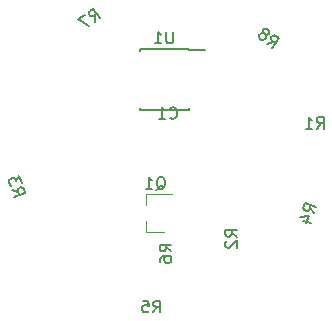
<source format=gbr>
G04 #@! TF.FileFunction,Legend,Bot*
%FSLAX46Y46*%
G04 Gerber Fmt 4.6, Leading zero omitted, Abs format (unit mm)*
G04 Created by KiCad (PCBNEW 4.0.7) date Friday, July 23, 2021 'PMt' 11:18:56 PM*
%MOMM*%
%LPD*%
G01*
G04 APERTURE LIST*
%ADD10C,0.100000*%
%ADD11C,0.120000*%
%ADD12C,0.150000*%
G04 APERTURE END LIST*
D10*
D11*
X37640000Y-46930000D02*
X37640000Y-46000000D01*
X37640000Y-43770000D02*
X37640000Y-44700000D01*
X37640000Y-43770000D02*
X39800000Y-43770000D01*
X37640000Y-46930000D02*
X39100000Y-46930000D01*
D12*
X41225000Y-31475000D02*
X41225000Y-31525000D01*
X37075000Y-31475000D02*
X37075000Y-31620000D01*
X37075000Y-36625000D02*
X37075000Y-36480000D01*
X41225000Y-36625000D02*
X41225000Y-36480000D01*
X41225000Y-31475000D02*
X37075000Y-31475000D01*
X41225000Y-36625000D02*
X37075000Y-36625000D01*
X41225000Y-31525000D02*
X42625000Y-31525000D01*
X38495238Y-43397619D02*
X38590476Y-43350000D01*
X38685714Y-43254762D01*
X38828571Y-43111905D01*
X38923810Y-43064286D01*
X39019048Y-43064286D01*
X38971429Y-43302381D02*
X39066667Y-43254762D01*
X39161905Y-43159524D01*
X39209524Y-42969048D01*
X39209524Y-42635714D01*
X39161905Y-42445238D01*
X39066667Y-42350000D01*
X38971429Y-42302381D01*
X38780952Y-42302381D01*
X38685714Y-42350000D01*
X38590476Y-42445238D01*
X38542857Y-42635714D01*
X38542857Y-42969048D01*
X38590476Y-43159524D01*
X38685714Y-43254762D01*
X38780952Y-43302381D01*
X38971429Y-43302381D01*
X37590476Y-43302381D02*
X38161905Y-43302381D01*
X37876191Y-43302381D02*
X37876191Y-42302381D01*
X37971429Y-42445238D01*
X38066667Y-42540476D01*
X38161905Y-42588095D01*
X52086666Y-38222381D02*
X52420000Y-37746190D01*
X52658095Y-38222381D02*
X52658095Y-37222381D01*
X52277142Y-37222381D01*
X52181904Y-37270000D01*
X52134285Y-37317619D01*
X52086666Y-37412857D01*
X52086666Y-37555714D01*
X52134285Y-37650952D01*
X52181904Y-37698571D01*
X52277142Y-37746190D01*
X52658095Y-37746190D01*
X51134285Y-38222381D02*
X51705714Y-38222381D01*
X51420000Y-38222381D02*
X51420000Y-37222381D01*
X51515238Y-37365238D01*
X51610476Y-37460476D01*
X51705714Y-37508095D01*
X45332381Y-47353334D02*
X44856190Y-47020000D01*
X45332381Y-46781905D02*
X44332381Y-46781905D01*
X44332381Y-47162858D01*
X44380000Y-47258096D01*
X44427619Y-47305715D01*
X44522857Y-47353334D01*
X44665714Y-47353334D01*
X44760952Y-47305715D01*
X44808571Y-47258096D01*
X44856190Y-47162858D01*
X44856190Y-46781905D01*
X44427619Y-47734286D02*
X44380000Y-47781905D01*
X44332381Y-47877143D01*
X44332381Y-48115239D01*
X44380000Y-48210477D01*
X44427619Y-48258096D01*
X44522857Y-48305715D01*
X44618095Y-48305715D01*
X44760952Y-48258096D01*
X45332381Y-47686667D01*
X45332381Y-48305715D01*
X26236653Y-43448009D02*
X26792543Y-43617878D01*
X26413234Y-43991470D02*
X27364291Y-43682453D01*
X27246570Y-43320146D01*
X27171851Y-43244284D01*
X27111848Y-43213711D01*
X27006556Y-43197853D01*
X26870691Y-43241998D01*
X26794829Y-43316716D01*
X26764256Y-43376720D01*
X26748398Y-43482012D01*
X26866119Y-43844319D01*
X27084704Y-42821974D02*
X26893407Y-42233224D01*
X26634106Y-42667964D01*
X26589961Y-42532098D01*
X26515242Y-42456236D01*
X26455239Y-42425663D01*
X26349946Y-42409805D01*
X26123504Y-42483381D01*
X26047643Y-42558099D01*
X26017069Y-42618103D01*
X26001211Y-42723394D01*
X26089502Y-42995126D01*
X26164220Y-43070987D01*
X26224224Y-43101561D01*
X51831450Y-45396675D02*
X51481571Y-44932504D01*
X52008031Y-44853213D02*
X51056974Y-44544196D01*
X50939253Y-44906504D01*
X50955112Y-45011796D01*
X50985685Y-45071799D01*
X51061546Y-45146518D01*
X51197412Y-45190663D01*
X51302703Y-45174805D01*
X51362707Y-45144232D01*
X51437425Y-45068370D01*
X51555146Y-44706062D01*
X50932540Y-46005855D02*
X51566578Y-46211866D01*
X50643809Y-45661691D02*
X51396710Y-45655976D01*
X51205414Y-46244726D01*
X38246666Y-53782381D02*
X38580000Y-53306190D01*
X38818095Y-53782381D02*
X38818095Y-52782381D01*
X38437142Y-52782381D01*
X38341904Y-52830000D01*
X38294285Y-52877619D01*
X38246666Y-52972857D01*
X38246666Y-53115714D01*
X38294285Y-53210952D01*
X38341904Y-53258571D01*
X38437142Y-53306190D01*
X38818095Y-53306190D01*
X37341904Y-52782381D02*
X37818095Y-52782381D01*
X37865714Y-53258571D01*
X37818095Y-53210952D01*
X37722857Y-53163333D01*
X37484761Y-53163333D01*
X37389523Y-53210952D01*
X37341904Y-53258571D01*
X37294285Y-53353810D01*
X37294285Y-53591905D01*
X37341904Y-53687143D01*
X37389523Y-53734762D01*
X37484761Y-53782381D01*
X37722857Y-53782381D01*
X37818095Y-53734762D01*
X37865714Y-53687143D01*
X39772381Y-48613334D02*
X39296190Y-48280000D01*
X39772381Y-48041905D02*
X38772381Y-48041905D01*
X38772381Y-48422858D01*
X38820000Y-48518096D01*
X38867619Y-48565715D01*
X38962857Y-48613334D01*
X39105714Y-48613334D01*
X39200952Y-48565715D01*
X39248571Y-48518096D01*
X39296190Y-48422858D01*
X39296190Y-48041905D01*
X38772381Y-49470477D02*
X38772381Y-49280000D01*
X38820000Y-49184762D01*
X38867619Y-49137143D01*
X39010476Y-49041905D01*
X39200952Y-48994286D01*
X39581905Y-48994286D01*
X39677143Y-49041905D01*
X39724762Y-49089524D01*
X39772381Y-49184762D01*
X39772381Y-49375239D01*
X39724762Y-49470477D01*
X39677143Y-49518096D01*
X39581905Y-49565715D01*
X39343810Y-49565715D01*
X39248571Y-49518096D01*
X39200952Y-49470477D01*
X39153333Y-49375239D01*
X39153333Y-49184762D01*
X39200952Y-49089524D01*
X39248571Y-49041905D01*
X39343810Y-48994286D01*
X33274678Y-29198984D02*
X33264452Y-28617809D01*
X33736973Y-28863107D02*
X33149188Y-28054090D01*
X32840991Y-28278008D01*
X32791931Y-28372512D01*
X32781396Y-28439027D01*
X32798851Y-28544065D01*
X32882820Y-28659639D01*
X32977325Y-28708699D01*
X33043839Y-28719233D01*
X33148878Y-28701779D01*
X33457075Y-28477860D01*
X32417220Y-28585895D02*
X31877875Y-28977752D01*
X32812383Y-29534861D01*
X47849897Y-31037887D02*
X48399468Y-30848569D01*
X48312193Y-31373764D02*
X48899978Y-30564747D01*
X48591780Y-30340829D01*
X48486741Y-30323374D01*
X48420227Y-30333909D01*
X48325723Y-30382968D01*
X48241754Y-30498542D01*
X48224299Y-30603581D01*
X48234834Y-30670095D01*
X48283893Y-30764599D01*
X48592091Y-30988518D01*
X47723479Y-30239714D02*
X47828518Y-30257169D01*
X47895033Y-30246634D01*
X47989537Y-30197575D01*
X48017526Y-30159050D01*
X48034981Y-30054011D01*
X48024446Y-29987497D01*
X47975387Y-29892993D01*
X47821288Y-29781033D01*
X47716249Y-29763578D01*
X47649735Y-29774113D01*
X47555231Y-29823173D01*
X47527241Y-29861697D01*
X47509786Y-29966736D01*
X47520321Y-30033250D01*
X47569380Y-30127754D01*
X47723479Y-30239714D01*
X47772539Y-30334218D01*
X47783074Y-30400732D01*
X47765618Y-30505772D01*
X47653659Y-30659870D01*
X47559155Y-30708930D01*
X47492641Y-30719465D01*
X47387602Y-30702010D01*
X47233503Y-30590050D01*
X47184443Y-30495546D01*
X47173908Y-30429032D01*
X47191363Y-30323993D01*
X47303322Y-30169895D01*
X47397827Y-30120834D01*
X47464341Y-30110300D01*
X47569380Y-30127754D01*
X39911905Y-30002381D02*
X39911905Y-30811905D01*
X39864286Y-30907143D01*
X39816667Y-30954762D01*
X39721429Y-31002381D01*
X39530952Y-31002381D01*
X39435714Y-30954762D01*
X39388095Y-30907143D01*
X39340476Y-30811905D01*
X39340476Y-30002381D01*
X38340476Y-31002381D02*
X38911905Y-31002381D01*
X38626191Y-31002381D02*
X38626191Y-30002381D01*
X38721429Y-30145238D01*
X38816667Y-30240476D01*
X38911905Y-30288095D01*
X39646666Y-37287143D02*
X39694285Y-37334762D01*
X39837142Y-37382381D01*
X39932380Y-37382381D01*
X40075238Y-37334762D01*
X40170476Y-37239524D01*
X40218095Y-37144286D01*
X40265714Y-36953810D01*
X40265714Y-36810952D01*
X40218095Y-36620476D01*
X40170476Y-36525238D01*
X40075238Y-36430000D01*
X39932380Y-36382381D01*
X39837142Y-36382381D01*
X39694285Y-36430000D01*
X39646666Y-36477619D01*
X38694285Y-37382381D02*
X39265714Y-37382381D01*
X38980000Y-37382381D02*
X38980000Y-36382381D01*
X39075238Y-36525238D01*
X39170476Y-36620476D01*
X39265714Y-36668095D01*
M02*

</source>
